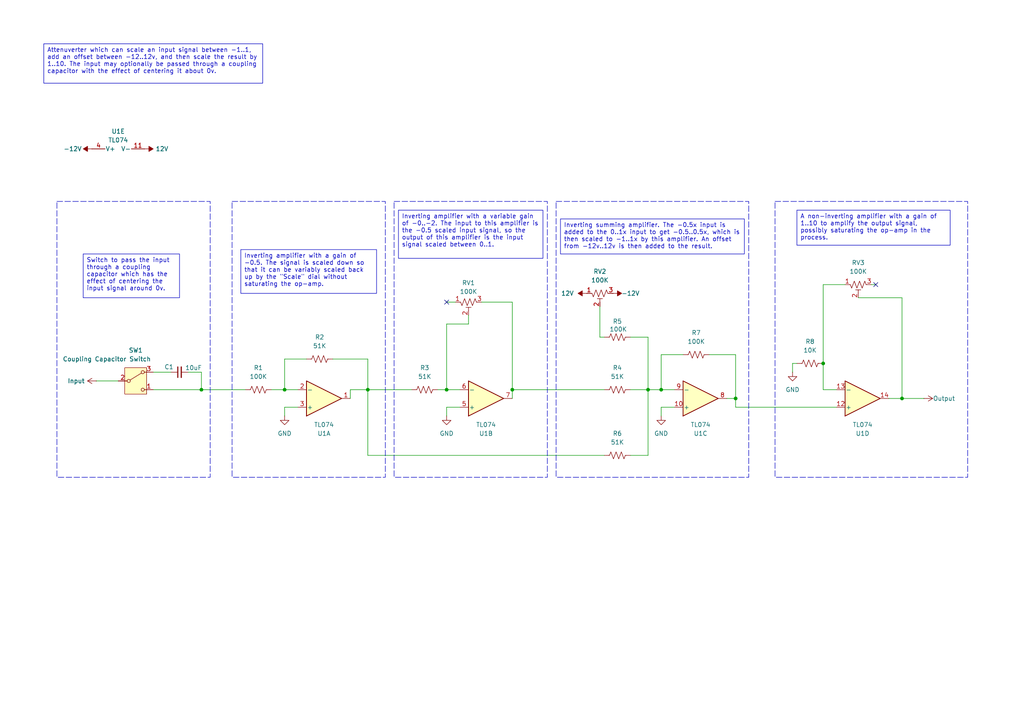
<source format=kicad_sch>
(kicad_sch (version 20231120) (generator "eeschema") (generator_version "8.0")
  (paper "A4")
  (lib_symbols
    (symbol "Amplifier_Operational:TL074" (pin_names (offset 0.127))
      (property "Reference" "U" (at 0 5.08 0))
      (property "Value" "TL074" (at 0 -5.08 0))
      (symbol "TL074_1_1"
        (polyline (pts (xy -5.08 5.08) (xy 5.08 0) (xy -5.08 -5.08) (xy -5.08 5.08)) (stroke (width 0.254)) (fill (type background)))
        (pin output line (at 7.62 0 180) (length 2.54) (name "~") (number "1"))
        (pin input line (at -7.62 -2.54 0) (length 2.54) (name "-") (number "2"))
        (pin input line (at -7.62 2.54 0) (length 2.54) (name "+") (number "3"))
      )
      (symbol "TL074_2_1"
        (polyline (pts (xy -5.08 5.08) (xy 5.08 0) (xy -5.08 -5.08) (xy -5.08 5.08)) (stroke (width 0.254)) (fill (type background)))
        (pin input line (at -7.62 2.54 0) (length 2.54) (name "+") (number "5"))
        (pin input line (at -7.62 -2.54 0) (length 2.54) (name "-") (number "6"))
        (pin output line (at 7.62 0 180) (length 2.54) (name "~") (number "7"))
      )
      (symbol "TL074_3_1"
        (polyline (pts (xy -5.08 5.08) (xy 5.08 0) (xy -5.08 -5.08) (xy -5.08 5.08)) (stroke (width 0.254)) (fill (type background)))
        (pin input line (at -7.62 2.54 0) (length 2.54) (name "+") (number "10"))
        (pin output line (at 7.62 0 180) (length 2.54) (name "~") (number "8"))
        (pin input line (at -7.62 -2.54 0) (length 2.54) (name "-") (number "9"))
      )
      (symbol "TL074_4_1"
        (polyline (pts (xy -5.08 5.08) (xy 5.08 0) (xy -5.08 -5.08) (xy -5.08 5.08)) (stroke (width 0.254)) (fill (type background)))
        (pin input line (at -7.62 2.54 0) (length 2.54) (name "+") (number "12"))
        (pin input line (at -7.62 -2.54 0) (length 2.54) (name "-") (number "13"))
        (pin output line (at 7.62 0 180) (length 2.54) (name "~") (number "14"))
      )
      (symbol "TL074_5_1"
        (pin power_in line (at -2.54 -7.62 90) (length 3.81) (name "V-") (number "11"))
        (pin power_in line (at -2.54 7.62 270) (length 3.81) (name "V+") (number "4"))
      )
    )
    (symbol "Device:C_Small" (pin_numbers hide) (pin_names (offset 0.254) hide)
      (property "Reference" "C" (at 0.254 1.778 0))
      (property "Value" "C_Small" (at 0.254 -2.032 0))
      (symbol "C_Small_0_1"
        (polyline (pts (xy -1.524 -0.508) (xy 1.524 -0.508)) (stroke (width 0.3302)))
        (polyline (pts (xy -1.524 0.508) (xy 1.524 0.508)) (stroke (width 0.3048)))
      )
      (symbol "C_Small_1_1"
        (pin passive line (at 0 2.54 270) (length 2.032) (name "~") (number "1"))
        (pin passive line (at 0 -2.54 90) (length 2.032) (name "~") (number "2"))
      )
    )
    (symbol "Device:R_Potentiometer_Trim_US" (pin_names (offset 1.016) hide)
      (property "Reference" "RV" (at -4.445 0 90))
      (property "Value" "R_Potentiometer_Trim_US" (at -2.54 0 90))
      (symbol "R_Potentiometer_Trim_US_0_1"
        (polyline (pts (xy 0 -2.286) (xy 0 -2.54)))
        (polyline (pts (xy 0 2.286) (xy 0 2.54)))
        (polyline (pts (xy 1.524 0.762) (xy 1.524 -0.762)))
        (polyline (pts (xy 2.54 0) (xy 1.524 0)))
        (polyline (pts (xy 0 -0.762) (xy 1.016 -1.143) (xy 0 -1.524) (xy -1.016 -1.905) (xy 0 -2.286)))
        (polyline (pts (xy 0 0.762) (xy 1.016 0.381) (xy 0 0) (xy -1.016 -0.381) (xy 0 -0.762)))
        (polyline (pts (xy 0 2.286) (xy 1.016 1.905) (xy 0 1.524) (xy -1.016 1.143) (xy 0 0.762)))
      )
      (symbol "R_Potentiometer_Trim_US_1_1"
        (pin passive line (at 0 3.81 270) (length 1.27) (name "1") (number "1"))
        (pin passive line (at 3.81 0 180) (length 1.27) (name "2") (number "2"))
        (pin passive line (at 0 -3.81 90) (length 1.27) (name "3") (number "3"))
      )
    )
    (symbol "Device:R_US" (pin_numbers hide) (pin_names (offset 0))
      (property "Reference" "R" (at 2.54 0 90))
      (property "Value" "R_US" (at -2.54 0 90))
      (symbol "R_US_0_1"
        (polyline (pts (xy 0 -2.286) (xy 0 -2.54)))
        (polyline (pts (xy 0 2.286) (xy 0 2.54)))
        (polyline (pts (xy 0 -0.762) (xy 1.016 -1.143) (xy 0 -1.524) (xy -1.016 -1.905) (xy 0 -2.286)))
        (polyline (pts (xy 0 0.762) (xy 1.016 0.381) (xy 0 0) (xy -1.016 -0.381) (xy 0 -0.762)))
        (polyline (pts (xy 0 2.286) (xy 1.016 1.905) (xy 0 1.524) (xy -1.016 1.143) (xy 0 0.762)))
      )
      (symbol "R_US_1_1"
        (pin passive line (at 0 3.81 270) (length 1.27) (name "~") (number "1"))
        (pin passive line (at 0 -3.81 90) (length 1.27) (name "~") (number "2"))
      )
    )
    (symbol "Switch:SW_Nidec_CAS-120A1" (pin_names (offset 1) hide)
      (property "Reference" "SW" (at 0 4.318 0))
      (property "Value" "SW_Nidec_CAS-120A1" (at 0 -5.08 0))
      (symbol "SW_Nidec_CAS-120A1_0_1"
        (circle (center -2.032 0) (radius 0.4572))
        (polyline (pts (xy -1.651 0.254) (xy 1.651 2.286)))
        (circle (center 2.032 -2.54) (radius 0.4572))
        (circle (center 2.032 2.54) (radius 0.4572))
      )
      (symbol "SW_Nidec_CAS-120A1_1_1"
        (rectangle (start -3.175 3.81) (end 3.175 -3.81) (fill (type background)))
        (pin passive line (at 5.08 -2.54 180) (length 2.54) (name "C") (number "1"))
        (pin passive line (at -5.08 0 0) (length 2.54) (name "B") (number "2"))
        (pin passive line (at 5.08 2.54 180) (length 2.54) (name "A") (number "3"))
      )
    )
    (symbol "power:-12V" (power) (pin_numbers hide) (pin_names (offset 0) hide)
      (property "Value" "-12V" (at 0 3.556 0))
      (symbol "-12V_0_0"
        (pin power_in line (at 0 0 90) (length 0) (name "~") (number "1"))
      )
      (symbol "-12V_0_1"
        (polyline (pts (xy 0 0) (xy 0 1.27) (xy 0.762 1.27) (xy 0 2.54) (xy -0.762 1.27) (xy 0 1.27)) (fill (type outline)))
      )
    )
    (symbol "power:GND" (power) (pin_numbers hide) (pin_names (offset 0) hide)
      (property "Value" "GND" (at 0 -3.81 0))
      (symbol "GND_0_1"
        (polyline (pts (xy 0 0) (xy 0 -1.27) (xy 1.27 -1.27) (xy 0 -2.54) (xy -1.27 -1.27) (xy 0 -1.27)))
      )
      (symbol "GND_1_1"
        (pin power_in line (at 0 0 270) (length 0) (name "~") (number "1"))
      )
    )
    (symbol "power:VAA" (power) (pin_numbers hide) (pin_names (offset 0) hide)
      (property "Value" "VAA" (at 0 3.556 0))
      (symbol "VAA_0_1"
        (polyline (pts (xy -0.762 1.27) (xy 0 2.54)))
        (polyline (pts (xy 0 0) (xy 0 2.54)))
        (polyline (pts (xy 0 2.54) (xy 0.762 1.27)))
      )
      (symbol "VAA_1_1"
        (pin power_in line (at 0 0 90) (length 0) (name "~") (number "1"))
      )
    )
  )
  (junction (at 82.55 113.03))
  (junction (at 187.96 113.03))
  (junction (at 238.76 105.41))
  (junction (at 129.54 113.03))
  (junction (at 58.42 113.03))
  (junction (at 261.62 115.57))
  (junction (at 148.59 113.03))
  (junction (at 191.77 113.03))
  (junction (at 106.68 113.03))
  (junction (at 213.36 115.57))
  (no_connect (at 129.54 87.63))
  (no_connect (at 254 82.55))
  (wire (pts (xy 175.26 132.08) (xy 106.68 132.08)))
  (wire (pts (xy 213.36 102.87) (xy 213.36 115.57)))
  (wire (pts (xy 96.52 104.14) (xy 106.68 104.14)))
  (wire (pts (xy 148.59 87.63) (xy 148.59 113.03)))
  (wire (pts (xy 198.12 102.87) (xy 191.77 102.87)))
  (wire (pts (xy 191.77 118.11) (xy 195.58 118.11)))
  (wire (pts (xy 129.54 93.98) (xy 129.54 113.03)))
  (wire (pts (xy 129.54 93.98) (xy 135.89 93.98)))
  (wire (pts (xy 82.55 118.11) (xy 82.55 120.65)))
  (wire (pts (xy 173.99 88.9) (xy 173.99 97.79)))
  (wire (pts (xy 187.96 113.03) (xy 187.96 132.08)))
  (wire (pts (xy 191.77 102.87) (xy 191.77 113.03)))
  (wire (pts (xy 101.6 115.57) (xy 101.6 113.03)))
  (wire (pts (xy 187.96 113.03) (xy 191.77 113.03)))
  (wire (pts (xy 86.36 118.11) (xy 82.55 118.11)))
  (wire (pts (xy 182.88 113.03) (xy 187.96 113.03)))
  (wire (pts (xy 213.36 115.57) (xy 210.82 115.57)))
  (wire (pts (xy 213.36 118.11) (xy 242.57 118.11)))
  (wire (pts (xy 44.45 113.03) (xy 58.42 113.03)))
  (wire (pts (xy 187.96 97.79) (xy 187.96 113.03)))
  (wire (pts (xy 238.76 105.41) (xy 238.76 113.03)))
  (wire (pts (xy 261.62 115.57) (xy 267.97 115.57)))
  (wire (pts (xy 182.88 132.08) (xy 187.96 132.08)))
  (wire (pts (xy 78.74 113.03) (xy 82.55 113.03)))
  (wire (pts (xy 248.92 86.36) (xy 261.62 86.36)))
  (wire (pts (xy 129.54 113.03) (xy 133.35 113.03)))
  (wire (pts (xy 261.62 86.36) (xy 261.62 115.57)))
  (wire (pts (xy 106.68 104.14) (xy 106.68 113.03)))
  (wire (pts (xy 257.81 115.57) (xy 261.62 115.57)))
  (wire (pts (xy 191.77 113.03) (xy 195.58 113.03)))
  (wire (pts (xy 82.55 104.14) (xy 88.9 104.14)))
  (wire (pts (xy 44.45 107.95) (xy 49.53 107.95)))
  (wire (pts (xy 106.68 113.03) (xy 119.38 113.03)))
  (wire (pts (xy 101.6 113.03) (xy 106.68 113.03)))
  (wire (pts (xy 238.76 82.55) (xy 238.76 105.41)))
  (wire (pts (xy 229.87 107.95) (xy 229.87 105.41)))
  (wire (pts (xy 148.59 115.57) (xy 148.59 113.03)))
  (wire (pts (xy 54.61 107.95) (xy 58.42 107.95)))
  (wire (pts (xy 106.68 132.08) (xy 106.68 113.03)))
  (wire (pts (xy 133.35 118.11) (xy 129.54 118.11)))
  (wire (pts (xy 252.73 82.55) (xy 254 82.55)))
  (wire (pts (xy 58.42 113.03) (xy 71.12 113.03)))
  (wire (pts (xy 127 113.03) (xy 129.54 113.03)))
  (wire (pts (xy 229.87 105.41) (xy 231.14 105.41)))
  (wire (pts (xy 205.74 102.87) (xy 213.36 102.87)))
  (wire (pts (xy 58.42 107.95) (xy 58.42 113.03)))
  (wire (pts (xy 129.54 87.63) (xy 132.08 87.63)))
  (wire (pts (xy 82.55 113.03) (xy 82.55 104.14)))
  (wire (pts (xy 82.55 113.03) (xy 86.36 113.03)))
  (wire (pts (xy 173.99 97.79) (xy 175.26 97.79)))
  (wire (pts (xy 129.54 118.11) (xy 129.54 120.65)))
  (wire (pts (xy 213.36 118.11) (xy 213.36 115.57)))
  (wire (pts (xy 135.89 93.98) (xy 135.89 91.44)))
  (wire (pts (xy 245.11 82.55) (xy 238.76 82.55)))
  (wire (pts (xy 27.94 110.49) (xy 34.29 110.49)))
  (wire (pts (xy 148.59 113.03) (xy 175.26 113.03)))
  (wire (pts (xy 191.77 120.65) (xy 191.77 118.11)))
  (wire (pts (xy 182.88 97.79) (xy 187.96 97.79)))
  (wire (pts (xy 238.76 113.03) (xy 242.57 113.03)))
  (wire (pts (xy 139.7 87.63) (xy 148.59 87.63)))
  (rectangle (start 114.3 58.42) (end 158.75 138.43) (stroke (width 0) (type dash)))
  (rectangle (start 16.51 58.42) (end 60.96 138.43) (stroke (width 0) (type dash)))
  (rectangle (start 161.29 58.42) (end 217.17 138.43) (stroke (width 0) (type dash)))
  (rectangle (start 224.79 58.42) (end 280.67 138.43) (stroke (width 0) (type dash)))
  (rectangle (start 67.31 58.42) (end 111.76 138.43) (stroke (width 0) (type dash)))
  (text_box "Inverting amplifier with a variable gain of -0..-2. The input to this amplifier is the -0.5 scaled input signal, so the output of this amplifier is the input signal scaled between 0..1." (at 115.57 60.96 0) (size 41.91 13.97) (effects (font (size 1.27 1.27)) (justify left top)))
  (text_box "Attenuverter which can scale an input signal between -1..1, add an offset between -12..12v, and then scale the result by 1..10. The input may optionally be passed through a coupling capacitor with the effect of centering it about 0v." (at 12.7 12.7 0) (size 63.5 11.43) (effects (font (size 1.27 1.27)) (justify left top)))
  (text_box "Switch to pass the input through a coupling capacitor which has the effect of centering the input signal around 0v." (at 24.13 73.66 0) (size 27.94 12.7) (effects (font (size 1.27 1.27)) (justify left top)))
  (text_box "Inverting amplifier with a gain of -0.5. The signal is scaled down so that it can be variably scaled back up by the \"Scale\" dial without saturating the op-amp." (at 69.85 72.39 0) (size 39.37 12.7) (effects (font (size 1.27 1.27)) (justify left top)))
  (text_box "A non-inverting amplifier with a gain of 1..10 to amplify the output signal, possibly saturating the op-amp in the process." (at 231.14 60.96 0) (size 44.45 10.16) (effects (font (size 1.27 1.27)) (justify left top)))
  (text_box "Inverting summing amplifier. The -0.5x input is added to the 0..1x input to get -0.5..0.5x, which is then scaled to -1..1x by this amplifier. An offset from -12v..12v is then added to the result." (at 162.56 63.5 0) (size 53.34 10.16) (effects (font (size 1.27 1.27)) (justify left top)))
  (symbol (lib_id "Amplifier_Operational:TL074") (at 93.98 115.57 0) (mirror x) (unit 1)
    (property "Reference" "U1" (at 93.98 125.73 0))
    (property "Value" "TL074" (at 93.98 123.19 0))
    (property "Datasheet" "http://www.ti.com/lit/ds/symlink/tl071.pdf" (effects (hide yes)))
    (property "Description" "Quad Low-Noise JFET-Input Operational Amplifiers, DIP-14/SOIC-14" (effects (hide yes)))
  )
  (symbol (lib_id "power:GND") (at 229.87 107.95 0) (unit 1)
    (property "Reference" "#PWR09" (effects (hide yes)))
    (property "Value" "GND" (at 229.87 113.03 0))
    (property "Description" "Power symbol creates a global label with name \"GND\" , ground" (effects (hide yes)))
  )
  (symbol (lib_id "Device:R_US") (at 234.95 105.41 90) (unit 1)
    (property "Reference" "R8" (at 234.95 99.06 90))
    (property "Value" "10K" (at 234.95 101.6 90))
    (property "Description" "Resistor, US symbol" (effects (hide yes)))
  )
  (symbol (lib_id "Amplifier_Operational:TL074") (at 140.97 115.57 0) (mirror x) (unit 2)
    (property "Reference" "U1" (at 140.97 125.73 0))
    (property "Value" "TL074" (at 140.97 123.19 0))
    (property "Datasheet" "http://www.ti.com/lit/ds/symlink/tl071.pdf" (effects (hide yes)))
    (property "Description" "Quad Low-Noise JFET-Input Operational Amplifiers, DIP-14/SOIC-14" (effects (hide yes)))
  )
  (symbol (lib_id "Device:R_US") (at 179.07 113.03 90) (unit 1)
    (property "Reference" "R4" (at 179.07 106.68 90))
    (property "Value" "51K" (at 179.07 109.22 90))
    (property "Description" "Resistor, US symbol" (effects (hide yes)))
  )
  (symbol (lib_id "Device:R_Potentiometer_Trim_US") (at 248.92 82.55 90) (mirror x) (unit 1)
    (property "Reference" "RV3" (at 248.92 76.2 90))
    (property "Value" "100K" (at 248.92 78.74 90))
    (property "Description" "Trim-potentiometer, US symbol" (effects (hide yes)))
  )
  (symbol (lib_id "Amplifier_Operational:TL074") (at 203.2 115.57 0) (mirror x) (unit 3)
    (property "Reference" "U1" (at 203.2 125.73 0))
    (property "Value" "TL074" (at 203.2 123.19 0))
    (property "Datasheet" "http://www.ti.com/lit/ds/symlink/tl071.pdf" (effects (hide yes)))
    (property "Description" "Quad Low-Noise JFET-Input Operational Amplifiers, DIP-14/SOIC-14" (effects (hide yes)))
  )
  (symbol (lib_id "power:-12V") (at 26.67 43.18 90) (unit 1)
    (property "Reference" "#PWR02" (effects (hide yes)))
    (property "Value" "-12V" (at 21.082 43.18 90))
    (property "Description" "Power symbol creates a global label with name \"-12V\"" (effects (hide yes)))
  )
  (symbol (lib_id "Device:R_US") (at 74.93 113.03 90) (unit 1)
    (property "Reference" "R1" (at 74.93 106.68 90))
    (property "Value" "100K" (at 74.93 109.22 90))
    (property "Description" "Resistor, US symbol" (effects (hide yes)))
  )
  (symbol (lib_id "power:-12V") (at 177.8 85.09 270) (mirror x) (unit 1)
    (property "Reference" "#PWR06" (effects (hide yes)))
    (property "Value" "-12V" (at 182.88 85.09 90))
    (property "Description" "Power symbol creates a global label with name \"-12V\"" (effects (hide yes)))
  )
  (symbol (lib_id "power:GND") (at 191.77 120.65 0) (unit 1)
    (property "Reference" "#PWR08" (effects (hide yes)))
    (property "Value" "GND" (at 191.77 125.73 0))
    (property "Description" "Power symbol creates a global label with name \"GND\" , ground" (effects (hide yes)))
  )
  (symbol (lib_id "power:-12V") (at 41.91 43.18 270) (mirror x) (unit 1)
    (property "Reference" "#PWR03" (effects (hide yes)))
    (property "Value" "12V" (at 46.99 43.18 90))
    (property "Description" "Power symbol creates a global label with name \"-12V\"" (effects (hide yes)))
  )
  (symbol (lib_id "Device:R_US") (at 179.07 132.08 90) (unit 1)
    (property "Reference" "R6" (at 179.07 125.73 90))
    (property "Value" "51K" (at 179.07 128.27 90))
    (property "Description" "Resistor, US symbol" (effects (hide yes)))
  )
  (symbol (lib_id "Device:R_US") (at 123.19 113.03 90) (unit 1)
    (property "Reference" "R3" (at 123.19 106.68 90))
    (property "Value" "51K" (at 123.19 109.22 90))
    (property "Description" "Resistor, US symbol" (effects (hide yes)))
  )
  (symbol (lib_id "power:VAA") (at 267.97 115.57 270) (unit 1)
    (property "Reference" "#PWR010" (effects (hide yes)))
    (property "Value" "Output" (at 273.812 115.57 90))
    (property "Description" "Power symbol creates a global label with name \"VAA\"" (effects (hide yes)))
  )
  (symbol (lib_id "power:GND") (at 82.55 120.65 0) (unit 1)
    (property "Reference" "#PWR04" (effects (hide yes)))
    (property "Value" "GND" (at 82.55 125.73 0))
    (property "Description" "Power symbol creates a global label with name \"GND\" , ground" (effects (hide yes)))
  )
  (symbol (lib_id "Device:R_US") (at 92.71 104.14 90) (unit 1)
    (property "Reference" "R2" (at 92.71 97.79 90))
    (property "Value" "51K" (at 92.71 100.33 90))
    (property "Description" "Resistor, US symbol" (effects (hide yes)))
  )
  (symbol (lib_id "Device:R_Potentiometer_Trim_US") (at 135.89 87.63 90) (mirror x) (unit 1)
    (property "Reference" "RV1" (at 135.89 82.042 90))
    (property "Value" "100K" (at 135.89 84.582 90))
    (property "Description" "Trim-potentiometer, US symbol" (effects (hide yes)))
  )
  (symbol (lib_id "power:GND") (at 129.54 120.65 0) (unit 1)
    (property "Reference" "#PWR05" (effects (hide yes)))
    (property "Value" "GND" (at 129.54 125.73 0))
    (property "Description" "Power symbol creates a global label with name \"GND\" , ground" (effects (hide yes)))
  )
  (symbol (lib_id "power:VAA") (at 27.94 110.49 90) (unit 1)
    (property "Reference" "#PWR01" (effects (hide yes)))
    (property "Value" "Input" (at 22.098 110.49 90))
    (property "Description" "Power symbol creates a global label with name \"VAA\"" (effects (hide yes)))
  )
  (symbol (lib_id "Device:C_Small") (at 52.07 107.95 90) (unit 1)
    (property "Reference" "C1" (at 49.022 106.426 90))
    (property "Value" "10uF" (at 56.134 106.68 90))
    (property "Description" "Unpolarized capacitor, small symbol" (effects (hide yes)))
  )
  (symbol (lib_id "Device:R_US") (at 179.07 97.79 90) (unit 1)
    (property "Reference" "R5" (at 179.07 93.218 90))
    (property "Value" "100K" (at 179.324 95.504 90))
    (property "Description" "Resistor, US symbol" (effects (hide yes)))
  )
  (symbol (lib_id "Device:R_Potentiometer_Trim_US") (at 173.99 85.09 90) (mirror x) (unit 1)
    (property "Reference" "RV2" (at 173.99 78.74 90))
    (property "Value" "100K" (at 173.99 81.28 90))
    (property "Description" "Trim-potentiometer, US symbol" (effects (hide yes)))
  )
  (symbol (lib_id "Device:R_US") (at 201.93 102.87 90) (unit 1)
    (property "Reference" "R7" (at 201.93 96.52 90))
    (property "Value" "100K" (at 201.93 99.06 90))
    (property "Description" "Resistor, US symbol" (effects (hide yes)))
  )
  (symbol (lib_id "Switch:SW_Nidec_CAS-120A1") (at 39.37 110.49 0) (unit 1)
    (property "Reference" "SW1" (at 39.37 101.6 0))
    (property "Value" "Coupling Capacitor Switch" (at 30.988 104.14 0))
    (property "Footprint" "Button_Switch_SMD:Nidec_Copal_CAS-120A" (effects (hide yes)))
    (property "Datasheet" "https://www.nidec-components.com/e/catalog/switch/cas.pdf" (effects (hide yes)))
    (property "Description" "Switch, single pole double throw" (effects (hide yes)))
  )
  (symbol (lib_id "Amplifier_Operational:TL074") (at 250.19 115.57 0) (mirror x) (unit 4)
    (property "Reference" "U1" (at 250.19 125.73 0))
    (property "Value" "TL074" (at 250.19 123.19 0))
    (property "Datasheet" "http://www.ti.com/lit/ds/symlink/tl071.pdf" (effects (hide yes)))
    (property "Description" "Quad Low-Noise JFET-Input Operational Amplifiers, DIP-14/SOIC-14" (effects (hide yes)))
  )
  (symbol (lib_id "power:-12V") (at 170.18 85.09 90) (unit 1)
    (property "Reference" "#PWR07" (effects (hide yes)))
    (property "Value" "12V" (at 164.592 85.09 90))
    (property "Description" "Power symbol creates a global label with name \"-12V\"" (effects (hide yes)))
  )
  (symbol (lib_id "Amplifier_Operational:TL074") (at 34.29 40.64 90) (unit 5)
    (property "Reference" "U1" (at 34.29 38.1 90))
    (property "Value" "TL074" (at 34.29 40.64 90))
    (property "Datasheet" "http://www.ti.com/lit/ds/symlink/tl071.pdf" (effects (hide yes)))
    (property "Description" "Quad Low-Noise JFET-Input Operational Amplifiers, DIP-14/SOIC-14" (effects (hide yes)))
  )
)
</source>
